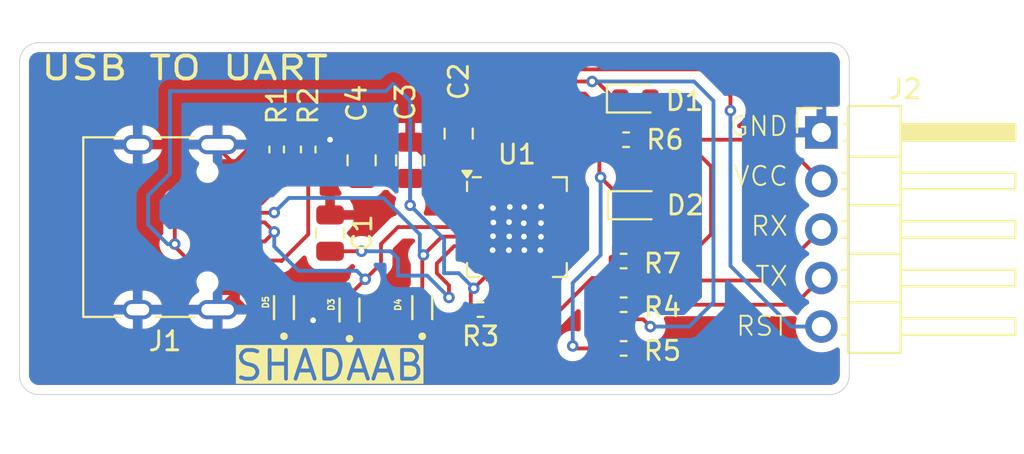
<source format=kicad_pcb>
(kicad_pcb (version 20241229) (generator "pcbnew") (generator_version "9.0")
  (layers (0 "F.Cu" signal) (2 "B.Cu" signal) (13 "F.Paste" user) (15 "B.Paste" user) (5 "F.SilkS" user "F.Silkscreen") (7 "B.SilkS" user "B.Silkscreen") (1 "F.Mask" user) (3 "B.Mask" user) (25 "Edge.Cuts" user))
  (net 0 "")
  (net 1 "Net-(U1-VDD)")
  (net 2 "GND")
  (net 3 "Net-(U1-~{DTR})")
  (net 4 "/RST")
  (net 5 "/VBUS")
  (net 6 "Net-(D1-A)")
  (net 7 "Net-(D1-K)")
  (net 8 "Net-(D2-A)")
  (net 9 "Net-(D2-K)")
  (net 10 "/D+")
  (net 11 "/D-")
  (net 12 "Net-(J1-CC2)")
  (net 13 "Net-(J1-CC1)")
  (net 16 "/TX")
  (net 17 "/RX")
  (net 18 "Net-(U1-~{RST})")
  (footprint "Capacitor_SMD:C_0805_2012Metric" (layer "F.Cu") (at 87.884 88.707 90)
    (property "Reference" "C3" (at 3.048 -0.254 90) (layer "F.SilkS"))
    (property "Value" "100nF")
    (fp_line (start -0.261252 -0.735) (end 0.261252 -0.735) (stroke (width 0.12)) (layer "F.SilkS"))
    (fp_line (start -0.261252 0.735) (end 0.261252 0.735) (stroke (width 0.12)) (layer "F.SilkS"))
    (pad "1" smd roundrect (at -0.95 0 90) (size 1 1.45) (layers "F.Cu" "F.Mask" "F.Paste") (net 5 "/VBUS"))
    (pad "2" smd roundrect (at 0.95 0 90) (size 1 1.45) (layers "F.Cu" "F.Mask" "F.Paste") (net 2 "GND"))
  )
  (footprint "Connector_USB:USB_C_Receptacle_HRO_TYPE-C-31-M-12" (layer "F.Cu") (at 74.676 92.204 -90)
    (property "Reference" "J1" (at 5.967 -0.381 180) (layer "F.SilkS"))
    (property "Value" "USB_C_Receptacle_USB2.0_16P")
    (fp_line (start -4.7 3.9) (end 4.7 3.9) (stroke (width 0.12)) (layer "F.SilkS"))
    (fp_line (start -4.7 2) (end -4.7 3.9) (stroke (width 0.12)) (layer "F.SilkS"))
    (fp_line (start 4.7 2) (end 4.7 3.9) (stroke (width 0.12)) (layer "F.SilkS"))
    (fp_line (start -4.7 -1.9) (end -4.7 0.1) (stroke (width 0.12)) (layer "F.SilkS"))
    (fp_line (start 4.7 -1.9) (end 4.7 0.1) (stroke (width 0.12)) (layer "F.SilkS"))
    (pad "" np_thru_hole circle (at -2.89 -2.6 270) (size 0.65 0.65) (drill 0.65) (layers "*.Cu" "*.Mask"))
    (pad "" np_thru_hole circle (at 2.89 -2.6 270) (size 0.65 0.65) (drill 0.65) (layers "*.Cu" "*.Mask"))
    (pad "A1" smd rect (at -3.25 -4.045 270) (size 0.6 1.45) (layers "F.Cu" "F.Mask" "F.Paste") (net 2 "GND"))
    (pad "A4" smd rect (at -2.45 -4.045 270) (size 0.6 1.45) (layers "F.Cu" "F.Mask" "F.Paste") (net 5 "/VBUS"))
    (pad "A5" smd rect (at -1.25 -4.045 270) (size 0.3 1.45) (layers "F.Cu" "F.Mask" "F.Paste") (net 13 "Net-(J1-CC1)"))
    (pad "A6" smd rect (at -0.25 -4.045 270) (size 0.3 1.45) (layers "F.Cu" "F.Mask" "F.Paste") (net 10 "/D+"))
    (pad "A7" smd rect (at 0.25 -4.045 270) (size 0.3 1.45) (layers "F.Cu" "F.Mask" "F.Paste") (net 11 "/D-"))
    (pad "A8" smd rect (at 1.25 -4.045 270) (size 0.3 1.45) (layers "F.Cu" "F.Mask" "F.Paste"))
    (pad "A9" smd rect (at 2.45 -4.045 270) (size 0.6 1.45) (layers "F.Cu" "F.Mask" "F.Paste") (net 5 "/VBUS"))
    (pad "A12" smd rect (at 3.25 -4.045 270) (size 0.6 1.45) (layers "F.Cu" "F.Mask" "F.Paste") (net 2 "GND"))
    (pad "B1" smd rect (at 3.25 -4.045 270) (size 0.6 1.45) (layers "F.Cu" "F.Mask" "F.Paste") (net 2 "GND"))
    (pad "B4" smd rect (at 2.45 -4.045 270) (size 0.6 1.45) (layers "F.Cu" "F.Mask" "F.Paste") (net 5 "/VBUS"))
    (pad "B5" smd rect (at 1.75 -4.045 270) (size 0.3 1.45) (layers "F.Cu" "F.Mask" "F.Paste") (net 12 "Net-(J1-CC2)"))
    (pad "B6" smd rect (at 0.75 -4.045 270) (size 0.3 1.45) (layers "F.Cu" "F.Mask" "F.Paste") (net 10 "/D+"))
    (pad "B7" smd rect (at -0.75 -4.045 270) (size 0.3 1.45) (layers "F.Cu" "F.Mask" "F.Paste") (net 11 "/D-"))
    (pad "B8" smd rect (at -1.75 -4.045 270) (size 0.3 1.45) (layers "F.Cu" "F.Mask" "F.Paste"))
    (pad "B9" smd rect (at -2.45 -4.045 270) (size 0.6 1.45) (layers "F.Cu" "F.Mask" "F.Paste") (net 5 "/VBUS"))
    (pad "B12" smd rect (at -3.25 -4.045 270) (size 0.6 1.45) (layers "F.Cu" "F.Mask" "F.Paste") (net 2 "GND"))
    (pad "S1" thru_hole oval (at -4.32 -3.13 270) (size 1 2.1) (drill oval 0.6 1.7) (property pad_prop_heatsink) (layers "*.Cu" "*.Mask") (net 2 "GND"))
    (pad "S1" thru_hole oval (at -4.32 1.05 270) (size 1 1.6) (drill oval 0.6 1.2) (property pad_prop_heatsink) (layers "*.Cu" "*.Mask") (net 2 "GND"))
    (pad "S1" thru_hole oval (at 4.32 -3.13 270) (size 1 2.1) (drill oval 0.6 1.7) (property pad_prop_heatsink) (layers "*.Cu" "*.Mask") (net 2 "GND"))
    (pad "S1" thru_hole oval (at 4.32 1.05 270) (size 1 1.6) (drill oval 0.6 1.2) (property pad_prop_heatsink) (layers "*.Cu" "*.Mask") (net 2 "GND"))
  )
  (footprint "LESD5D5.0CT1G:TVS_LESD5D5.0CT1G" (layer "F.Cu") (at 81.28 96.418 90)
    (property "Reference" "D5" (at 0.279 -0.9532 90) (layer "F.SilkS") (effects (font (size 0.32 0.32))))
    (property "Value" "LESD5D5.0CT1G")
    (fp_line (start -0.6 -0.52) (end 0.6 -0.52) (stroke (width 0.127)) (layer "F.SilkS"))
    (fp_line (start 0.6 0.52) (end -0.6 0.52) (stroke (width 0.127)) (layer "F.SilkS"))
    (fp_circle (center -1.5 0) (end -1.4 0) (stroke (width 0.2)) (fill no) (layer "F.SilkS"))
    (pad "1" smd rect (at -0.66 0 90) (size 0.48 0.4) (layers "F.Cu" "F.Mask" "F.Paste") (net 2 "GND"))
    (pad "2" smd rect (at 0.66 0 90) (size 0.48 0.4) (layers "F.Cu" "F.Mask" "F.Paste") (net 5 "/VBUS"))
  )
  (footprint "LED_SMD:LED_0603_1608Metric" (layer "F.Cu") (at 99.6695 85.471)
    (property "Reference" "D1" (at 2.5655 0.127 0) (layer "F.SilkS"))
    (property "Value" "LED")
    (fp_line (start -1.485 -0.735) (end -1.485 0.735) (stroke (width 0.12)) (layer "F.SilkS"))
    (fp_line (start -1.485 0.735) (end 0.8 0.735) (stroke (width 0.12)) (layer "F.SilkS"))
    (fp_line (start 0.8 -0.735) (end -1.485 -0.735) (stroke (width 0.12)) (layer "F.SilkS"))
    (pad "1" smd roundrect (at -0.7875 0) (size 0.875 0.95) (layers "F.Cu" "F.Mask" "F.Paste") (net 7 "Net-(D1-K)"))
    (pad "2" smd roundrect (at 0.7875 0) (size 0.875 0.95) (layers "F.Cu" "F.Mask" "F.Paste") (net 6 "Net-(D1-A)"))
  )
  (footprint "Resistor_SMD:R_0402_1005Metric" (layer "F.Cu") (at 80.899 88.14 90)
    (property "Reference" "R1" (at 2.288 0 90) (layer "F.SilkS"))
    (property "Value" "5.1K")
    (fp_line (start -0.153641 -0.38) (end 0.153641 -0.38) (stroke (width 0.12)) (layer "F.SilkS"))
    (fp_line (start -0.153641 0.38) (end 0.153641 0.38) (stroke (width 0.12)) (layer "F.SilkS"))
    (pad "1" smd roundrect (at -0.51 0 90) (size 0.54 0.64) (layers "F.Cu" "F.Mask" "F.Paste") (net 13 "Net-(J1-CC1)"))
    (pad "2" smd roundrect (at 0.51 0 90) (size 0.54 0.64) (layers "F.Cu" "F.Mask" "F.Paste") (net 2 "GND"))
  )
  (footprint "Connector_PinHeader_2.54mm:PinHeader_1x05_P2.54mm_Horizontal" (layer "F.Cu") (at 109.407 87.249)
    (property "Reference" "J2" (at 4.385 -2.27 0) (layer "F.SilkS"))
    (property "Value" "Conn_01x05_Pin")
    (fp_line (start -1.27 -1.27) (end 0 -1.27) (stroke (width 0.12)) (layer "F.SilkS"))
    (fp_line (start -1.27 0) (end -1.27 -1.27) (stroke (width 0.12)) (layer "F.SilkS"))
    (fp_line (start 1.077358 2.11) (end 1.39 2.11) (stroke (width 0.12)) (layer "F.SilkS"))
    (fp_line (start 1.077358 2.97) (end 1.39 2.97) (stroke (width 0.12)) (layer "F.SilkS"))
    (fp_line (start 1.077358 4.65) (end 1.39 4.65) (stroke (width 0.12)) (layer "F.SilkS"))
    (fp_line (start 1.077358 5.51) (end 1.39 5.51) (stroke (width 0.12)) (layer "F.SilkS"))
    (fp_line (start 1.077358 7.19) (end 1.39 7.19) (stroke (width 0.12)) (layer "F.SilkS"))
    (fp_line (start 1.077358 8.05) (end 1.39 8.05) (stroke (width 0.12)) (layer "F.SilkS"))
    (fp_line (start 1.077358 9.73) (end 1.39 9.73) (stroke (width 0.12)) (layer "F.SilkS"))
    (fp_line (start 1.077358 10.59) (end 1.39 10.59) (stroke (width 0.12)) (layer "F.SilkS"))
    (fp_line (start 1.16 -0.43) (end 1.39 -0.43) (stroke (width 0.12)) (layer "F.SilkS"))
    (fp_line (start 1.16 0.43) (end 1.39 0.43) (stroke (width 0.12)) (layer "F.SilkS"))
    (fp_line (start 1.39 -1.38) (end 1.39 11.54) (stroke (width 0.12)) (layer "F.SilkS"))
    (fp_line (start 1.39 1.27) (end 4.15 1.27) (stroke (width 0.12)) (layer "F.SilkS"))
    (fp_line (start 1.39 3.81) (end 4.15 3.81) (stroke (width 0.12)) (layer "F.SilkS"))
    (fp_line (start 1.39 6.35) (end 4.15 6.35) (stroke (width 0.12)) (layer "F.SilkS"))
    (fp_line (start 1.39 8.89) (end 4.15 8.89) (stroke (width 0.12)) (layer "F.SilkS"))
    (fp_line (start 1.39 11.54) (end 4.15 11.54) (stroke (width 0.12)) (layer "F.SilkS"))
    (fp_line (start 4.15 -1.38) (end 1.39 -1.38) (stroke (width 0.12)) (layer "F.SilkS"))
    (fp_line (start 4.15 2.11) (end 10.15 2.11) (stroke (width 0.12)) (layer "F.SilkS"))
    (fp_line (start 4.15 4.65) (end 10.15 4.65) (stroke (width 0.12)) (layer "F.SilkS"))
    (fp_line (start 4.15 7.19) (end 10.15 7.19) (stroke (width 0.12)) (layer "F.SilkS"))
    (fp_line (start 4.15 9.73) (end 10.15 9.73) (stroke (width 0.12)) (layer "F.SilkS"))
    (fp_line (start 4.15 11.54) (end 4.15 -1.38) (stroke (width 0.12)) (layer "F.SilkS"))
    (fp_line (start 10.15 2.11) (end 10.15 2.97) (stroke (width 0.12)) (layer "F.SilkS"))
    (fp_line (start 10.15 2.97) (end 4.15 2.97) (stroke (width 0.12)) (layer "F.SilkS"))
    (fp_line (start 10.15 4.65) (end 10.15 5.51) (stroke (width 0.12)) (layer "F.SilkS"))
    (fp_line (start 10.15 5.51) (end 4.15 5.51) (stroke (width 0.12)) (layer "F.SilkS"))
    (fp_line (start 10.15 7.19) (end 10.15 8.05) (stroke (width 0.12)) (layer "F.SilkS"))
    (fp_line (start 10.15 8.05) (end 4.15 8.05) (stroke (width 0.12)) (layer "F.SilkS"))
    (fp_line (start 10.15 9.73) (end 10.15 10.59) (stroke (width 0.12)) (layer "F.SilkS"))
    (fp_line (start 10.15 10.59) (end 4.15 10.59) (stroke (width 0.12)) (layer "F.SilkS"))
    (fp_rect (start 4.15 -0.43) (end 10.15 0.43) (stroke (width 0.12)) (fill yes) (layer "F.SilkS"))
    (pad "1" thru_hole rect (at 0 0) (size 1.7 1.7) (drill 1) (layers "*.Cu" "*.Mask") (net 2 "GND"))
    (pad "2" thru_hole circle (at 0 2.54) (size 1.7 1.7) (drill 1) (layers "*.Cu" "*.Mask") (net 5 "/VBUS"))
    (pad "3" thru_hole circle (at 0 5.08) (size 1.7 1.7) (drill 1) (layers "*.Cu" "*.Mask") (net 17 "/RX"))
    (pad "4" thru_hole circle (at 0 7.62) (size 1.7 1.7) (drill 1) (layers "*.Cu" "*.Mask") (net 16 "/TX"))
    (pad "5" thru_hole circle (at 0 10.16) (size 1.7 1.7) (drill 1) (layers "*.Cu" "*.Mask") (net 4 "/RST"))
  )
  (footprint "LESD5D5.0CT1G:TVS_LESD5D5.0CT1G" (layer "F.Cu") (at 88.519 96.418 90)
    (property "Reference" "D4" (at 0.152 -1.27 90) (layer "F.SilkS") (effects (font (size 0.32 0.32))))
    (property "Value" "LESD5D5.0CT1G")
    (fp_line (start -0.6 -0.52) (end 0.6 -0.52) (stroke (width 0.127)) (layer "F.SilkS"))
    (fp_line (start 0.6 0.52) (end -0.6 0.52) (stroke (width 0.127)) (layer "F.SilkS"))
    (fp_circle (center -1.5 0) (end -1.4 0) (stroke (width 0.2)) (fill no) (layer "F.SilkS"))
    (pad "1" smd rect (at -0.66 0 90) (size 0.48 0.4) (layers "F.Cu" "F.Mask" "F.Paste") (net 2 "GND"))
    (pad "2" smd rect (at 0.66 0 90) (size 0.48 0.4) (layers "F.Cu" "F.Mask" "F.Paste") (net 11 "/D-"))
  )
  (footprint "LESD5D5.0CT1G:TVS_LESD5D5.0CT1G" (layer "F.Cu") (at 84.709 96.545 90)
    (property "Reference" "D3" (at 0.279 -0.9532 90) (layer "F.SilkS") (effects (font (size 0.32 0.32) (thickness 0.08))))
    (property "Value" "LESD5D5.0CT1G")
    (fp_line (start -0.6 -0.52) (end 0.6 -0.52) (stroke (width 0.127)) (layer "F.SilkS"))
    (fp_line (start 0.6 0.52) (end -0.6 0.52) (stroke (width 0.127)) (layer "F.SilkS"))
    (fp_circle (center -1.5 0) (end -1.4 0) (stroke (width 0.2)) (fill no) (layer "F.SilkS"))
    (pad "1" smd rect (at -0.66 0 90) (size 0.48 0.4) (layers "F.Cu" "F.Mask" "F.Paste") (net 2 "GND"))
    (pad "2" smd rect (at 0.66 0 90) (size 0.48 0.4) (layers "F.Cu" "F.Mask" "F.Paste") (net 10 "/D+"))
  )
  (footprint "Resistor_SMD:R_0402_1005Metric" (layer "F.Cu") (at 99.185 87.63 180)
    (property "Reference" "R6" (at -2.034 0 0) (layer "F.SilkS"))
    (property "Value" "1K")
    (fp_line (start -0.153641 0.38) (end 0.153641 0.38) (stroke (width 0.12)) (layer "F.SilkS"))
    (fp_line (start -0.153641 -0.38) (end 0.153641 -0.38) (stroke (width 0.12)) (layer "F.SilkS"))
    (pad "1" smd roundrect (at -0.51 0 180) (size 0.54 0.64) (layers "F.Cu" "F.Mask" "F.Paste") (net 5 "/VBUS"))
    (pad "2" smd roundrect (at 0.51 0 180) (size 0.54 0.64) (layers "F.Cu" "F.Mask" "F.Paste") (net 6 "Net-(D1-A)"))
  )
  (footprint "Capacitor_SMD:C_0805_2012Metric" (layer "F.Cu") (at 83.693 92.517 -90)
    (property "Reference" "C1" (at 0 -1.68 90) (layer "F.SilkS"))
    (property "Value" "100nF")
    (fp_line (start -0.261252 0.735) (end 0.261252 0.735) (stroke (width 0.12)) (layer "F.SilkS"))
    (fp_line (start -0.261252 -0.735) (end 0.261252 -0.735) (stroke (width 0.12)) (layer "F.SilkS"))
    (pad "1" smd roundrect (at -0.95 0 270) (size 1 1.45) (layers "F.Cu" "F.Mask" "F.Paste") (net 2 "GND"))
    (pad "2" smd roundrect (at 0.95 0 270) (size 1 1.45) (layers "F.Cu" "F.Mask" "F.Paste") (net 1 "Net-(U1-VDD)"))
  )
  (footprint "Package_DFN_QFN:QFN-28-1EP_5x5mm_P0.5mm_EP3.35x3.35mm" (layer "F.Cu") (at 93.472 92.202)
    (property "Reference" "U1" (at 0 -3.8 0) (layer "F.SilkS"))
    (property "Value" "CP2102N-Axx-xQFN28")
    (fp_line (start -2.61 -1.885) (end -2.61 -2.37) (stroke (width 0.12)) (layer "F.SilkS"))
    (fp_line (start -2.61 2.61) (end -2.61 1.885) (stroke (width 0.12)) (layer "F.SilkS"))
    (fp_line (start -1.885 -2.61) (end -2.31 -2.61) (stroke (width 0.12)) (layer "F.SilkS"))
    (fp_line (start -1.885 2.61) (end -2.61 2.61) (stroke (width 0.12)) (layer "F.SilkS"))
    (fp_line (start 1.885 -2.61) (end 2.61 -2.61) (stroke (width 0.12)) (layer "F.SilkS"))
    (fp_line (start 1.885 2.61) (end 2.61 2.61) (stroke (width 0.12)) (layer "F.SilkS"))
    (fp_line (start 2.61 -2.61) (end 2.61 -1.885) (stroke (width 0.12)) (layer "F.SilkS"))
    (fp_line (start 2.61 2.61) (end 2.61 1.885) (stroke (width 0.12)) (layer "F.SilkS"))
    (fp_poly (pts (xy -2.61 -2.61) (xy -2.85 -2.94) (xy -2.37 -2.94)) (stroke (width 0.12)) (fill yes) (layer "F.SilkS"))
    (pad "1" smd roundrect (at -2.45 -1.5) (size 0.8 0.25) (layers "F.Cu" "F.Mask" "F.Paste"))
    (pad "2" smd roundrect (at -2.45 -1) (size 0.8 0.25) (layers "F.Cu" "F.Mask" "F.Paste"))
    (pad "3" smd roundrect (at -2.45 -0.5) (size 0.8 0.25) (layers "F.Cu" "F.Mask" "F.Paste") (net 2 "GND"))
    (pad "4" smd roundrect (at -2.45 0) (size 0.8 0.25) (layers "F.Cu" "F.Mask" "F.Paste") (net 10 "/D+"))
    (pad "5" smd roundrect (at -2.45 0.5) (size 0.8 0.25) (layers "F.Cu" "F.Mask" "F.Paste") (net 11 "/D-"))
    (pad "6" smd roundrect (at -2.45 1) (size 0.8 0.25) (layers "F.Cu" "F.Mask" "F.Paste") (net 1 "Net-(U1-VDD)"))
    (pad "7" smd roundrect (at -2.45 1.5) (size 0.8 0.25) (layers "F.Cu" "F.Mask" "F.Paste") (net 5 "/VBUS"))
    (pad "8" smd roundrect (at -1.5 2.45) (size 0.25 0.8) (layers "F.Cu" "F.Mask" "F.Paste") (net 5 "/VBUS"))
    (pad "9" smd roundrect (at -1 2.45) (size 0.25 0.8) (layers "F.Cu" "F.Mask" "F.Paste") (net 18 "Net-(U1-~{RST})"))
    (pad "10" smd roundrect (at -0.5 2.45) (size 0.25 0.8) (layers "F.Cu" "F.Mask" "F.Paste"))
    (pad "11" smd roundrect (at 0 2.45) (size 0.25 0.8) (layers "F.Cu" "F.Mask" "F.Paste"))
    (pad "12" smd roundrect (at 0.5 2.45) (size 0.25 0.8) (layers "F.Cu" "F.Mask" "F.Paste"))
    (pad "13" smd roundrect (at 1 2.45) (size 0.25 0.8) (layers "F.Cu" "F.Mask" "F.Paste"))
    (pad "14" smd roundrect (at 1.5 2.45) (size 0.25 0.8) (layers "F.Cu" "F.Mask" "F.Paste"))
    (pad "15" smd roundrect (at 2.45 1.5) (size 0.8 0.25) (layers "F.Cu" "F.Mask" "F.Paste"))
    (pad "16" smd roundrect (at 2.45 1) (size 0.8 0.25) (layers "F.Cu" "F.Mask" "F.Paste"))
    (pad "17" smd roundrect (at 2.45 0.5) (size 0.8 0.25) (layers "F.Cu" "F.Mask" "F.Paste"))
    (pad "18" smd roundrect (at 2.45 0) (size 0.8 0.25) (layers "F.Cu" "F.Mask" "F.Paste"))
    (pad "19" smd roundrect (at 2.45 -0.5) (size 0.8 0.25) (layers "F.Cu" "F.Mask" "F.Paste"))
    (pad "20" smd roundrect (at 2.45 -1) (size 0.8 0.25) (layers "F.Cu" "F.Mask" "F.Paste"))
    (pad "21" smd roundrect (at 2.45 -1.5) (size 0.8 0.25) (layers "F.Cu" "F.Mask" "F.Paste"))
    (pad "22" smd roundrect (at 1.5 -2.45) (size 0.25 0.8) (layers "F.Cu" "F.Mask" "F.Paste"))
    (pad "23" smd roundrect (at 1 -2.45) (size 0.25 0.8) (layers "F.Cu" "F.Mask" "F.Paste"))
    (pad "24" smd roundrect (at 0.5 -2.45) (size 0.25 0.8) (layers "F.Cu" "F.Mask" "F.Paste"))
    (pad "25" smd roundrect (at 0 -2.45) (size 0.25 0.8) (layers "F.Cu" "F.Mask" "F.Paste") (net 9 "Net-(D2-K)"))
    (pad "26" smd roundrect (at -0.5 -2.45) (size 0.25 0.8) (layers "F.Cu" "F.Mask" "F.Paste") (net 7 "Net-(D1-K)"))
    (pad "27" smd roundrect (at -1 -2.45) (size 0.25 0.8) (layers "F.Cu" "F.Mask" "F.Paste"))
    (pad "28" smd roundrect (at -1.5 -2.45) (size 0.25 0.8) (layers "F.Cu" "F.Mask" "F.Paste") (net 3 "Net-(U1-~{DTR})"))
    (pad "29" smd rect (at 0 0) (size 3.35 3.35) (property pad_prop_heatsink) (layers "F.Cu" "F.Mask") (net 2 "GND"))
  )
  (footprint "Capacitor_SMD:C_0805_2012Metric" (layer "F.Cu") (at 85.344 88.707 90)
    (property "Reference" "C4" (at 2.982 -0.254 90) (layer "F.SilkS"))
    (property "Value" "100nF")
    (fp_line (start -0.261252 -0.735) (end 0.261252 -0.735) (stroke (width 0.12)) (layer "F.SilkS"))
    (fp_line (start -0.261252 0.735) (end 0.261252 0.735) (stroke (width 0.12)) (layer "F.SilkS"))
    (pad "1" smd roundrect (at -0.95 0 90) (size 1 1.45) (layers "F.Cu" "F.Mask" "F.Paste") (net 5 "/VBUS"))
    (pad "2" smd roundrect (at 0.95 0 90) (size 1 1.45) (layers "F.Cu" "F.Mask" "F.Paste") (net 2 "GND"))
  )
  (footprint "Resistor_SMD:R_0402_1005Metric" (layer "F.Cu") (at 99.058 93.98 180)
    (property "Reference" "R7" (at -2.03 -0.127 0) (layer "F.SilkS"))
    (property "Value" "1K")
    (fp_line (start -0.153641 0.38) (end 0.153641 0.38) (stroke (width 0.12)) (layer "F.SilkS"))
    (fp_line (start -0.153641 -0.38) (end 0.153641 -0.38) (stroke (width 0.12)) (layer "F.SilkS"))
    (pad "1" smd roundrect (at -0.51 0 180) (size 0.54 0.64) (layers "F.Cu" "F.Mask" "F.Paste") (net 5 "/VBUS"))
    (pad "2" smd roundrect (at 0.51 0 180) (size 0.54 0.64) (layers "F.Cu" "F.Mask" "F.Paste") (net 8 "Net-(D2-A)"))
  )
  (footprint "Resistor_SMD:R_0402_1005Metric" (layer "F.Cu") (at 91.569 96.52)
    (property "Reference" "R3" (at 0.002 1.397 0) (layer "F.SilkS"))
    (property "Value" "10K")
    (fp_line (start -0.153641 -0.38) (end 0.153641 -0.38) (stroke (width 0.12)) (layer "F.SilkS"))
    (fp_line (start -0.153641 0.38) (end 0.153641 0.38) (stroke (width 0.12)) (layer "F.SilkS"))
    (pad "1" smd roundrect (at -0.51 0) (size 0.54 0.64) (layers "F.Cu" "F.Mask" "F.Paste") (net 5 "/VBUS"))
    (pad "2" smd roundrect (at 0.51 0) (size 0.54 0.64) (layers "F.Cu" "F.Mask" "F.Paste") (net 18 "Net-(U1-~{RST})"))
  )
  (footprint "Resistor_SMD:R_0402_1005Metric" (layer "F.Cu") (at 82.55 88.14 90)
    (property "Reference" "R2" (at 2.288 0 90) (layer "F.SilkS"))
    (property "Value" "5.1K")
    (fp_line (start -0.153641 -0.38) (end 0.153641 -0.38) (stroke (width 0.12)) (layer "F.SilkS"))
    (fp_line (start -0.153641 0.38) (end 0.153641 0.38) (stroke (width 0.12)) (layer "F.SilkS"))
    (pad "1" smd roundrect (at -0.51 0 90) (size 0.54 0.64) (layers "F.Cu" "F.Mask" "F.Paste") (net 12 "Net-(J1-CC2)"))
    (pad "2" smd roundrect (at 0.51 0 90) (size 0.54 0.64) (layers "F.Cu" "F.Mask" "F.Paste") (net 2 "GND"))
  )
  (footprint "Capacitor_SMD:C_0805_2012Metric" (layer "F.Cu") (at 90.424 87.31 90)
    (property "Reference" "C2" (at 2.728 0 90) (layer "F.SilkS"))
    (property "Value" "100nF")
    (fp_line (start -0.261252 -0.735) (end 0.261252 -0.735) (stroke (width 0.12)) (layer "F.SilkS"))
    (fp_line (start -0.261252 0.735) (end 0.261252 0.735) (stroke (width 0.12)) (layer "F.SilkS"))
    (pad "1" smd roundrect (at -0.95 0 90) (size 1 1.45) (layers "F.Cu" "F.Mask" "F.Paste") (net 3 "Net-(U1-~{DTR})"))
    (pad "2" smd roundrect (at 0.95 0 90) (size 1 1.45) (layers "F.Cu" "F.Mask" "F.Paste") (net 4 "/RST"))
  )
  (footprint "LED_SMD:LED_0603_1608Metric" (layer "F.Cu") (at 99.7205 91.059)
    (property "Reference" "D2" (at 2.5655 0 0) (layer "F.SilkS"))
    (property "Value" "LED")
    (fp_line (start -1.485 -0.735) (end -1.485 0.735) (stroke (width 0.12)) (layer "F.SilkS"))
    (fp_line (start -1.485 0.735) (end 0.8 0.735) (stroke (width 0.12)) (layer "F.SilkS"))
    (fp_line (start 0.8 -0.735) (end -1.485 -0.735) (stroke (width 0.12)) (layer "F.SilkS"))
    (pad "1" smd roundrect (at -0.7875 0) (size 0.875 0.95) (layers "F.Cu" "F.Mask" "F.Paste") (net 9 "Net-(D2-K)"))
    (pad "2" smd roundrect (at 0.7875 0) (size 0.875 0.95) (layers "F.Cu" "F.Mask" "F.Paste") (net 8 "Net-(D2-A)"))
  )
  (footprint "Resistor_SMD:R_0402_1005Metric" (layer "F.Cu") (at 99.058 96.266 180)
    (property "Reference" "R4" (at -2.03 -0.127 0) (layer "F.SilkS"))
    (property "Value" "1K")
    (fp_line (start -0.153641 0.38) (end 0.153641 0.38) (stroke (width 0.12)) (layer "F.SilkS"))
    (fp_line (start -0.153641 -0.38) (end 0.153641 -0.38) (stroke (width 0.12)) (layer "F.SilkS"))
    (pad "1" smd roundrect (at -0.51 0 180) (size 0.54 0.64) (layers "F.Cu" "F.Mask" "F.Paste") (net 16 "/TX"))
    (pad "2" smd roundrect (at 0.51 0 180) (size 0.54 0.64) (layers "F.Cu" "F.Mask" "F.Paste") (net 7 "Net-(D1-K)"))
  )
  (footprint "Resistor_SMD:R_0402_1005Metric" (layer "F.Cu") (at 99.058 98.552 180)
    (property "Reference" "R5" (at -2.03 -0.127 0) (layer "F.SilkS"))
    (property "Value" "1K")
    (fp_line (start -0.153641 0.38) (end 0.153641 0.38) (stroke (width 0.12)) (layer "F.SilkS"))
    (fp_line (start -0.153641 -0.38) (end 0.153641 -0.38) (stroke (width 0.12)) (layer "F.SilkS"))
    (pad "1" smd roundrect (at -0.51 0 180) (size 0.54 0.64) (layers "F.Cu" "F.Mask" "F.Paste") (net 17 "/RX"))
    (pad "2" smd roundrect (at 0.51 0 180) (size 0.54 0.64) (layers "F.Cu" "F.Mask" "F.Paste") (net 9 "Net-(D2-K)"))
  )
  (gr_arc (start 67.437 83.566) (mid 67.73458 82.84758) (end 68.453 82.55) (stroke (width 0.05)) (layer "Edge.Cuts"))
  (gr_line (start 67.437 99.949) (end 67.437 83.566) (stroke (width 0.05)) (layer "Edge.Cuts"))
  (gr_arc (start 109.855 82.55) (mid 110.57342 82.84758) (end 110.871 83.566) (stroke (width 0.05)) (layer "Edge.Cuts"))
  (gr_line (start 110.871 83.566) (end 110.871 99.949) (stroke (width 0.05)) (layer "Edge.Cuts"))
  (gr_line (start 68.453 82.55) (end 109.855 82.55) (stroke (width 0.05)) (layer "Edge.Cuts"))
  (gr_arc (start 68.453 100.965) (mid 67.73458 100.66742) (end 67.437 99.949) (stroke (width 0.05)) (layer "Edge.Cuts"))
  (gr_line (start 109.855 100.965) (end 68.453 100.965) (stroke (width 0.05)) (layer "Edge.Cuts"))
  (gr_arc (start 110.871 99.949) (mid 110.57342 100.66742) (end 109.855 100.965) (stroke (width 0.05)) (layer "Edge.Cuts"))
  (gr_text "RX" (at 105.641905 92.74 0) (layer "F.SilkS") (effects (font (size 1 1) (thickness 0.1)) (justify left bottom)))
  (gr_text "USB TO UART" (at 68.453 84.582 0) (layer "F.SilkS") (effects (font (size 1.2 1.5) (thickness 0.2) (bold yes)) (justify left bottom)))
  (gr_text "SHADAAB" (at 78.613 100.33 0) (layer "F.SilkS" knockout) (effects (font (size 1.5 1.5) (thickness 0.2)) (justify left bottom)))
  (gr_text "RST" (at 104.88 97.97 0) (layer "F.SilkS") (effects (font (size 1 1) (thickness 0.1)) (justify left bottom)))
  (gr_text "GND" (at 104.546667 87.51 0) (layer "F.SilkS") (effects (font (size 1 1) (thickness 0.1)) (justify left bottom)))
  (gr_text "TX" (at 105.88 95.355 0) (layer "F.SilkS") (effects (font (size 1 1) (thickness 0.1)) (justify left bottom)))
  (gr_text "VCC" (at 104.737143 90.125 0) (layer "F.SilkS") (effects (font (size 1 1) (thickness 0.1)) (justify left bottom)))
  (segment (start 85.344 93.472) (end 85.339 93.467) (width 0.2) (layer "F.Cu") (net 1))
  (segment (start 89.281 94.107) (end 89.281 94.615) (width 0.2) (layer "F.Cu") (net 1))
  (segment (start 90.186 93.202) (end 89.281 94.107) (width 0.2) (layer "F.Cu") (net 1))
  (segment (start 89.916 95.25) (end 89.916 95.885) (width 0.2) (layer "F.Cu") (net 1))
  (segment (start 89.281 94.615) (end 89.916 95.25) (width 0.2) (layer "F.Cu") (net 1))
  (segment (start 83.693 93.467) (end 85.339 93.467) (width 0.2) (layer "F.Cu") (net 1))
  (segment (start 91.022 93.202) (end 90.186 93.202) (width 0.2) (layer "F.Cu") (net 1))
  (via (at 89.916 95.885) (size 0.6) (drill 0.3) (layers "F.Cu" "B.Cu") (net 1))
  (via (at 85.339 93.467) (size 0.6) (drill 0.3) (layers "F.Cu" "B.Cu") (net 1))
  (segment (start 85.339 93.467) (end 86.863 93.467) (width 0.2) (layer "B.Cu") (net 1))
  (segment (start 86.863 93.467) (end 87.249 93.853) (width 0.2) (layer "B.Cu") (net 1))
  (segment (start 87.249 94.742) (end 88.773 94.742) (width 0.2) (layer "B.Cu") (net 1))
  (segment (start 88.773 94.742) (end 89.916 95.885) (width 0.2) (layer "B.Cu") (net 1))
  (segment (start 87.249 93.853) (end 87.249 94.742) (width 0.2) (layer "B.Cu") (net 1))
  (segment (start 73.626 87.884) (end 77.806 87.884) (width 0.2) (layer "F.Cu") (net 2))
  (segment (start 87.249 84.328) (end 87.249 86.106) (width 0.2) (layer "F.Cu") (net 2))
  (segment (start 106.934 83.312) (end 88.265 83.312) (width 0.2) (layer "F.Cu") (net 2))
  (segment (start 77.806 88.039) (end 78.721 88.954) (width 0.2) (layer "F.Cu") (net 2))
  (segment (start 81.28 97.078) (end 82.804 97.078) (width 0.2) (layer "F.Cu") (net 2))
  (segment (start 77.806 87.884) (end 77.806 88.039) (width 0.2) (layer "F.Cu") (net 2))
  (segment (start 78.721 88.792) (end 79.883 87.63) (width 0.2) (layer "F.Cu") (net 2))
  (segment (start 81.28 97.078) (end 79.933 97.078) (width 0.2) (layer "F.Cu") (net 2))
  (segment (start 78.721 95.609) (end 77.806 96.524) (width 0.2) (layer "F.Cu") (net 2))
  (segment (start 84.709 97.205) (end 88.392 97.205) (width 0.2) (layer "F.Cu") (net 2))
  (segment (start 82.804 97.078) (end 84.582 97.078) (width 0.2) (layer "F.Cu") (net 2))
  (segment (start 88.265 83.312) (end 87.249 84.328) (width 0.2) (layer "F.Cu") (net 2))
  (segment (start 85.217 87.63) (end 85.344 87.757) (width 0.2) (layer "F.Cu") (net 2))
  (segment (start 83.693 87.63) (end 85.217 87.63) (width 0.2) (layer "F.Cu") (net 2))
  (segment (start 109.407 87.249) (end 109.407 85.785) (width 0.2) (layer "F.Cu") (net 2))
  (segment (start 79.883 87.63) (end 80.899 87.63) (width 0.2) (layer "F.Cu") (net 2))
  (segment (start 78.721 95.866) (end 78.721 95.454) (width 0.2) (layer "F.Cu") (net 2))
  (segment (start 85.344 87.757) (end 87.884 87.757) (width 0.2) (layer "F.Cu") (net 2))
  (segment (start 89.535 89.408) (end 89.535 91.059) (width 0.2) (layer "F.Cu") (net 2))
  (segment (start 82.55 87.63) (end 83.693 87.63) (width 0.2) (layer "F.Cu") (net 2))
  (segment (start 78.721 95.454) (end 78.721 95.609) (width 0.2) (layer "F.Cu") (net 2))
  (segment (start 87.884 87.757) (end 89.535 89.408) (width 0.2) (layer "F.Cu") (net 2))
  (segment (start 87.884 86.741) (end 87.884 87.757) (width 0.2) (layer "F.Cu") (net 2))
  (segment (start 80.899 87.63) (end 82.55 87.63) (width 0.2) (layer "F.Cu") (net 2))
  (segment (start 78.721 88.954) (end 78.721 88.792) (width 0.2) (layer "F.Cu") (net 2))
  (segment (start 92.972 91.702) (end 93.472 92.202) (width 0.2) (layer "F.Cu") (net 2))
  (segment (start 91.022 91.702) (end 92.972 91.702) (width 0.2) (layer "F.Cu") (net 2))
  (segment (start 89.535 91.059) (end 90.178 91.702) (width 0.2) (layer "F.Cu") (net 2))
  (segment (start 84.582 97.078) (end 84.709 97.205) (width 0.2) (layer "F.Cu") (net 2))
  (segment (start 88.392 97.205) (end 88.519 97.078) (width 0.2) (layer "F.Cu") (net 2))
  (segment (start 87.249 86.106) (end 87.884 86.741) (width 0.2) (layer "F.Cu") (net 2))
  (segment (start 90.178 91.702) (end 91.022 91.702) (width 0.2) (layer "F.Cu") (net 2))
  (segment (start 73.626 96.524) (end 77.806 96.524) (width 0.2) (layer "F.Cu") (net 2))
  (segment (start 83.693 91.567) (end 83.693 87.63) (width 0.2) (layer "F.Cu") (net 2))
  (segment (start 109.407 85.785) (end 106.934 83.312) (width 0.2) (layer "F.Cu") (net 2))
  (segment (start 79.933 97.078) (end 78.721 95.866) (width 0.2) (layer "F.Cu") (net 2))
  (via (at 94.73 91.99) (size 0.6) (drill 0.3) (layers "F.Cu" "B.Cu") (net 2))
  (via (at 92.22 91.21) (size 0.6) (drill 0.3) (layers "F.Cu" "B.Cu") (net 2))
  (via (at 82.804 97.078) (size 0.6) (drill 0.3) (layers "F.Cu" "B.Cu") (net 2))
  (via (at 94.7 93.41) (size 0.6) (drill 0.3) (layers "F.Cu" "B.Cu") (net 2))
  (via (at 83.693 87.63) (size 0.6) (drill 0.3) (layers "F.Cu" "B.Cu") (net 2))
  (via (at 93.86 93.41) (size 0.6) (drill 0.3) (layers "F.Cu" "B.Cu") (net 2))
  (via (at 93.06 91.94) (size 0.6) (drill 0.3) (layers "F.Cu" "B.Cu") (net 2))
  (via (at 93.05 93.41) (size 0.6) (drill 0.3) (layers "F.Cu" "B.Cu") (net 2))
  (via (at 92.24 91.96) (size 0.6) (drill 0.3) (layers "F.Cu" "B.Cu") (net 2))
  (via (at 93.1 91.15) (size 0.6) (drill 0.3) (layers "F.Cu" "B.Cu") (net 2))
  (via (at 92.22 92.68) (size 0.6) (drill 0.3) (layers "F.Cu" "B.Cu") (net 2))
  (via (at 93.83 92) (size 0.6) (drill 0.3) (layers "F.Cu" "B.Cu") (net 2))
  (via (at 94.74 91.13) (size 0.6) (drill 0.3) (layers "F.Cu" "B.Cu") (net 2))
  (via (at 93.86 91.15) (size 0.6) (drill 0.3) (layers "F.Cu" "B.Cu") (net 2))
  (via (at 92.2 93.41) (size 0.6) (drill 0.3) (layers "F.Cu" "B.Cu") (net 2))
  (via (at 94.73 92.71) (size 0.6) (drill 0.3) (layers "F.Cu" "B.Cu") (net 2))
  (via (at 93.84 92.7) (size 0.6) (drill 0.3) (layers "F.Cu" "B.Cu") (net 2))
  (via (at 93.07 92.69) (size 0.6) (drill 0.3) (layers "F.Cu" "B.Cu") (net 2))
  (segment (start 80.391 89.535) (end 81.788 89.535) (width 0.2) (layer "B.Cu") (net 2))
  (segment (start 81.788 89.535) (end 83.2485 88.0745) (width 0.2) (layer "B.Cu") (net 2))
  (segment (start 83.2485 88.0745) (end 83.693 87.63) (width 0.2) (layer "B.Cu") (net 2))
  (segment (start 80.441 97.078) (end 80.01 96.647) (width 0.2) (layer "B.Cu") (net 2))
  (segment (start 83.058 88.265) (end 83.2485 88.0745) (width 0.2) (layer "B.Cu") (net 2))
  (segment (start 80.01 96.647) (end 80.01 89.916) (width 0.2) (layer "B.Cu") (net 2))
  (segment (start 82.804 97.078) (end 80.441 97.078) (width 0.2) (layer "B.Cu") (net 2))
  (segment (start 80.01 89.916) (end 80.391 89.535) (width 0.2) (layer "B.Cu") (net 2))
  (segment (start 90.424 88.26) (end 91.435 88.26) (width 0.2) (layer "F.Cu") (net 3))
  (segment (start 91.972 88.797) (end 91.972 89.752) (width 0.2) (layer "F.Cu") (net 3))
  (segment (start 91.435 88.26) (end 91.972 88.797) (width 0.2) (layer "F.Cu") (net 3))
  (segment (start 90.424 86.36) (end 92.837 83.947) (width 0.2) (layer "F.Cu") (net 4))
  (segment (start 92.837 83.947) (end 93.218 83.947) (width 0.2) (layer "F.Cu") (net 4))
  (segment (start 103.251 83.947) (end 104.648 85.344) (width 0.2) (layer "F.Cu") (net 4))
  (segment (start 104.648 85.344) (end 104.648 86.106) (width 0.2) (layer "F.Cu") (net 4))
  (segment (start 93.218 83.947) (end 103.251 83.947) (width 0.2) (layer "F.Cu") (net 4))
  (via (at 104.648 86.106) (size 0.6) (drill 0.3) (layers "F.Cu" "B.Cu") (net 4))
  (segment (start 104.648 94.234) (end 107.823 97.409) (width 0.2) (layer "B.Cu") (net 4))
  (segment (start 107.823 97.409) (end 109.407 97.409) (width 0.2) (layer "B.Cu") (net 4))
  (segment (start 104.648 86.106) (end 104.648 94.234) (width 0.2) (layer "B.Cu") (net 4))
  (segment (start 103.632 89.027) (end 103.632 92.583) (width 0.2) (layer "F.Cu") (net 5))
  (segment (start 76.765 94.418) (end 75.565 93.218) (width 0.2) (layer "F.Cu") (net 5))
  (segment (start 80.176 94.654) (end 78.721 94.654) (width 0.2) (layer "F.Cu") (net 5))
  (segment (start 109.407 89.789) (end 107.248 87.63) (width 0.2) (layer "F.Cu") (net 5))
  (segment (start 102.235 93.98) (end 99.568 93.98) (width 0.2) (layer "F.Cu") (net 5))
  (segment (start 91.059 95.565) (end 91.059 96.52) (width 0.2) (layer "F.Cu") (net 5))
  (segment (start 102.235 87.63) (end 103.632 89.027) (width 0.2) (layer "F.Cu") (net 5))
  (segment (start 91.972 94.652) (end 91.2165 95.4075) (width 0.2) (layer "F.Cu") (net 5))
  (segment (start 75.565 93.218) (end 75.565 93.091) (width 0.2) (layer "F.Cu") (net 5))
  (segment (start 87.884 89.657) (end 85.344 89.657) (width 0.2) (layer "F.Cu") (net 5))
  (segment (start 103.632 92.583) (end 102.235 93.98) (width 0.2) (layer "F.Cu") (net 5))
  (segment (start 99.568 94.615) (end 99.314 94.869) (width 0.2) (layer "F.Cu") (net 5))
  (segment (start 87.884 89.657) (end 87.884 91.059) (width 0.2) (layer "F.Cu") (net 5))
  (segment (start 81.28 95.758) (end 80.176 94.654) (width 0.2) (layer "F.Cu") (net 5))
  (segment (start 107.248 87.63) (end 102.235 87.63) (width 0.2) (layer "F.Cu") (net 5))
  (segment (start 91.2165 95.4075) (end 91.059 95.565) (width 0.2) (layer "F.Cu") (net 5))
  (segment (start 76.745 90.805) (end 77.796 89.754) (width 0.2) (layer "F.Cu") (net 5))
  (segment (start 99.695 87.63) (end 102.235 87.63) (width 0.2) (layer "F.Cu") (net 5))
  (segment (start 78.485 94.418) (end 76.765 94.418) (width 0.2) (layer "F.Cu") (net 5))
  (segment (start 95.123 97.155) (end 91.694 97.155) (width 0.2) (layer "F.Cu") (net 5))
  (segment (start 97.409 94.869) (end 95.123 97.155) (width 0.2) (layer "F.Cu") (net 5))
  (segment (start 99.314 94.869) (end 97.409 94.869) (width 0.2) (layer "F.Cu") (net 5))
  (segment (start 99.568 93.98) (end 99.568 94.615) (width 0.2) (layer "F.Cu") (net 5))
  (segment (start 91.022 93.702) (end 91.972 94.652) (width 0.2) (layer "F.Cu") (net 5))
  (segment (start 91.694 97.155) (end 91.059 96.52) (width 0.2) (layer "F.Cu") (net 5))
  (segment (start 77.796 89.754) (end 78.721 89.754) (width 0.2) (layer "F.Cu") (net 5))
  (segment (start 75.565 90.805) (end 76.745 90.805) (width 0.2) (layer "F.Cu") (net 5))
  (segment (start 78.721 94.654) (end 78.485 94.418) (width 0.2) (layer "F.Cu") (net 5))
  (segment (start 75.565 93.091) (end 75.565 90.805) (width 0.2) (layer "F.Cu") (net 5))
  (via (at 75.565 93.091) (size 0.6) (drill 0.3) (layers "F.Cu" "B.Cu") (net 5))
  (via (at 87.884 91.059) (size 0.6) (drill 0.3) (layers "F.Cu" "B.Cu") (net 5))
  (via (at 91.2165 95.4075) (size 0.6) (drill 0.3) (layers "F.Cu" "B.Cu") (net 5))
  (segment (start 87.884 91.059) (end 87.884 85.598) (width 0.2) (layer "B.Cu") (net 5))
  (segment (start 74.168 92.075) (end 75.184 93.091) (width 0.2) (layer "B.Cu") (net 5))
  (segment (start 89.662 92.837) (end 89.662 94.615) (width 0.2) (layer "B.Cu") (net 5))
  (segment (start 75.184 93.091) (end 75.565 93.091) (width 0.2) (layer "B.Cu") (net 5))
  (segment (start 74.168 90.551) (end 74.168 92.075) (width 0.2) (layer "B.Cu") (net 5))
  (segment (start 86.995 84.709) (end 86.614 85.09) (width 0.2) (layer "B.Cu") (net 5))
  (segment (start 89.662 94.615) (end 90.424 94.615) (width 0.2) (layer "B.Cu") (net 5))
  (segment (start 90.424 94.615) (end 91.2165 95.4075) (width 0.2) (layer "B.Cu") (net 5))
  (segment (start 75.311 85.09) (end 75.311 89.408) (width 0.2) (layer "B.Cu") (net 5))
  (segment (start 75.311 89.408) (end 74.168 90.551) (width 0.2) (layer "B.Cu") (net 5))
  (segment (start 86.614 85.09) (end 75.311 85.09) (width 0.2) (layer "B.Cu") (net 5))
  (segment (start 87.884 85.598) (end 86.995 84.709) (width 0.2) (layer "B.Cu") (net 5))
  (segment (start 87.884 91.059) (end 89.662 92.837) (width 0.2) (layer "B.Cu") (net 5))
  (segment (start 100.33 86.487) (end 99.187 86.487) (width 0.2) (layer "F.Cu") (net 6))
  (segment (start 99.187 86.487) (end 98.675 86.999) (width 0.2) (layer "F.Cu") (net 6))
  (segment (start 100.457 86.36) (end 100.33 86.487) (width 0.2) (layer "F.Cu") (net 6))
  (segment (start 98.675 86.999) (end 98.675 87.63) (width 0.2) (layer "F.Cu") (net 6))
  (segment (start 100.457 85.471) (end 100.457 86.36) (width 0.2) (layer "F.Cu") (net 6))
  (segment (start 98.548 96.77) (end 98.806 97.028) (width 0.2) (layer "F.Cu") (net 7))
  (segment (start 98.548 96.266) (end 98.548 96.77) (width 0.2) (layer "F.Cu") (net 7))
  (segment (start 98.552 85.471) (end 98.882 85.471) (width 0.2) (layer "F.Cu") (net 7))
  (segment (start 93.98 84.582) (end 92.972 85.59) (width 0.2) (layer "F.Cu") (net 7))
  (segment (start 92.972 85.59) (end 92.972 89.752) (width 0.2) (layer "F.Cu") (net 7))
  (segment (start 97.663 84.582) (end 98.552 85.471) (width 0.2) (layer "F.Cu") (net 7))
  (segment (start 100.076 97.028) (end 100.457 97.409) (width 0.2) (layer "F.Cu") (net 7))
  (segment (start 98.806 97.028) (end 100.076 97.028) (width 0.2) (layer "F.Cu") (net 7))
  (segment (start 97.409 84.582) (end 97.663 84.582) (width 0.2) (layer "F.Cu") (net 7))
  (segment (start 93.98 84.582) (end 97.409 84.582) (width 0.2) (layer "F.Cu") (net 7))
  (via (at 97.409 84.582) (size 0.6) (drill 0.3) (layers "F.Cu" "B.Cu") (net 7))
  (via (at 100.457 97.409) (size 0.6) (drill 0.3) (layers "F.Cu" "B.Cu") (net 7))
  (segment (start 103.759 85.598) (end 103.759 96.139) (width 0.2) (layer "B.Cu") (net 7))
  (segment (start 102.489 97.409) (end 100.457 97.409) (width 0.2) (layer "B.Cu") (net 7))
  (segment (start 97.409 84.582) (end 102.743 84.582) (width 0.2) (layer "B.Cu") (net 7))
  (segment (start 102.743 84.582) (end 103.759 85.598) (width 0.2) (layer "B.Cu") (net 7))
  (segment (start 103.759 96.139) (end 102.489 97.409) (width 0.2) (layer "B.Cu") (net 7))
  (segment (start 98.933 92.837) (end 98.548 93.222) (width 0.2) (layer "F.Cu") (net 8))
  (segment (start 100.076 92.837) (end 98.933 92.837) (width 0.2) (layer "F.Cu") (net 8))
  (segment (start 100.508 91.059) (end 100.508 92.405) (width 0.2) (layer "F.Cu") (net 8))
  (segment (start 98.548 93.222) (end 98.548 93.98) (width 0.2) (layer "F.Cu") (net 8))
  (segment (start 100.508 92.405) (end 100.076 92.837) (width 0.2) (layer "F.Cu") (net 8))
  (segment (start 93.472 85.852) (end 94.107 85.217) (width 0.2) (layer "F.Cu") (net 9))
  (segment (start 96.393 98.425) (end 96.52 98.552) (width 0.2) (layer "F.Cu") (net 9))
  (segment (start 97.8535 89.5985) (end 98.933 90.678) (width 0.2) (layer "F.Cu") (net 9))
  (segment (start 96.52 98.552) (end 98.548 98.552) (width 0.2) (layer "F.Cu") (net 9))
  (segment (start 97.79 89.535) (end 97.8535 89.5985) (width 0.2) (layer "F.Cu") (net 9))
  (segment (start 94.107 85.217) (end 97.028 85.217) (width 0.2) (layer "F.Cu") (net 9))
  (segment (start 98.933 90.678) (end 98.933 91.059) (width 0.2) (layer "F.Cu") (net 9))
  (segment (start 97.028 85.217) (end 97.79 85.979) (width 0.2) (layer "F.Cu") (net 9))
  (segment (start 93.472 89.752) (end 93.472 85.852) (width 0.2) (layer "F.Cu") (net 9))
  (segment (start 97.79 85.979) (end 97.79 89.535) (width 0.2) (layer "F.Cu") (net 9))
  (via (at 96.393 98.425) (size 0.6) (drill 0.3) (layers "F.Cu" "B.Cu") (net 9))
  (via (at 97.8535 89.5985) (size 0.6) (drill 0.3) (layers "F.Cu" "B.Cu") (net 9))
  (segment (start 96.393 95.123) (end 96.393 98.425) (width 0.2) (layer "B.Cu") (net 9))
  (segment (start 96.647 94.869) (end 96.393 95.123) (width 0.2) (layer "B.Cu") (net 9))
  (segment (start 97.8535 89.5985) (end 97.8535 93.6625) (width 0.2) (layer "B.Cu") (net 9))
  (segment (start 97.8535 93.6625) (end 96.647 94.869) (width 0.2) (layer "B.Cu") (net 9))
  (segment (start 86.36 93.091) (end 86.36 94.107) (width 0.2) (layer "F.Cu") (net 10))
  (segment (start 84.709 95.758) (end 84.709 95.885) (width 0.2) (layer "F.Cu") (net 10))
  (segment (start 80.274 92.954) (end 80.772 92.456) (width 0.2) (layer "F.Cu") (net 10))
  (segment (start 85.5345 94.9325) (end 84.709 95.758) (width 0.2) (layer "F.Cu") (net 10))
  (segment (start 80.27 91.954) (end 80.772 92.456) (width 0.2) (layer "F.Cu") (net 10))
  (segment (start 78.721 92.954) (end 80.274 92.954) (width 0.2) (layer "F.Cu") (net 10))
  (segment (start 86.36 94.107) (end 85.5345 94.9325) (width 0.2) (layer "F.Cu") (net 10))
  (segment (start 78.721 91.954) (end 80.27 91.954) (width 0.2) (layer "F.Cu") (net 10))
  (segment (start 91.022 92.202) (end 87.249 92.202) (width 0.2) (layer "F.Cu") (net 10))
  (segment (start 87.249 92.202) (end 86.36 93.091) (width 0.2) (layer "F.Cu") (net 10))
  (via (at 85.5345 94.9325) (size 0.6) (drill 0.3) (layers "F.Cu" "B.Cu") (net 10))
  (via (at 80.772 92.456) (size 0.6) (drill 0.3) (layers "F.Cu" "B.Cu") (net 10))
  (segment (start 85.09 94.488) (end 85.5345 94.9325) (width 0.2) (layer "B.Cu") (net 10))
  (segment (start 80.772 93.218) (end 82.042 94.488) (width 0.2) (layer "B.Cu") (net 10))
  (segment (start 82.042 94.488) (end 85.09 94.488) (width 0.2) (layer "B.Cu") (net 10))
  (segment (start 80.772 92.456) (end 80.772 93.218) (width 0.2) (layer "B.Cu") (net 10))
  (segment (start 88.519 93.726) (end 88.519 95.758) (width 0.2) (layer "F.Cu") (net 11))
  (segment (start 78.721 91.454) (end 80.758 91.454) (width 0.2) (layer "F.Cu") (net 11))
  (segment (start 78.721 91.454) (end 76.976 91.454) (width 0.2) (layer "F.Cu") (net 11))
  (segment (start 76.708 91.694) (end 76.708 92.202) (width 0.2) (layer "F.Cu") (net 11))
  (segment (start 76.962 91.44) (end 76.708 91.694) (width 0.2) (layer "F.Cu") (net 11))
  (segment (start 76.976 91.454) (end 76.962 91.44) (width 0.2) (layer "F.Cu") (net 11))
  (segment (start 89.543 92.702) (end 88.5825 93.6625) (width 0.2) (layer "F.Cu") (net 11))
  (segment (start 76.708 92.202) (end 76.96 92.454) (width 0.2) (layer "F.Cu") (net 11))
  (segment (start 76.96 92.454) (end 78.721 92.454) (width 0.2) (layer "F.Cu") (net 11))
  (segment (start 91.022 92.702) (end 89.543 92.702) (width 0.2) (layer "F.Cu") (net 11))
  (segment (start 88.5825 93.6625) (end 88.519 93.726) (width 0.2) (layer "F.Cu") (net 11))
  (segment (start 80.758 91.454) (end 80.772 91.44) (width 0.2) (layer "F.Cu") (net 11))
  (via (at 88.5825 93.6625) (size 0.6) (drill 0.3) (layers "F.Cu" "B.Cu") (net 11))
  (via (at 80.772 91.44) (size 0.6) (drill 0.3) (layers "F.Cu" "B.Cu") (net 11))
  (segment (start 80.772 91.44) (end 81.534 90.678) (width 0.2) (layer "B.Cu") (net 11))
  (segment (start 88.392 93.472) (end 88.5825 93.6625) (width 0.2) (layer "B.Cu") (net 11))
  (segment (start 86.487 90.678) (end 88.392 92.583) (width 0.2) (layer "B.Cu") (net 11))
  (segment (start 88.392 92.583) (end 88.392 93.472) (width 0.2) (layer "B.Cu") (net 11))
  (segment (start 81.534 90.678) (end 86.487 90.678) (width 0.2) (layer "B.Cu") (net 11))
  (segment (start 82.55 92.583) (end 82.55 88.65) (width 0.2) (layer "F.Cu") (net 12))
  (segment (start 81.127 93.954) (end 81.153 93.98) (width 0.2) (layer "F.Cu") (net 12))
  (segment (start 81.153 93.98) (end 82.55 92.583) (width 0.2) (layer "F.Cu") (net 12))
  (segment (start 78.721 93.954) (end 81.127 93.954) (width 0.2) (layer "F.Cu") (net 12))
  (segment (start 80.899 88.65) (end 80.899 90.17) (width 0.2) (layer "F.Cu") (net 13))
  (segment (start 80.115 90.954) (end 78.721 90.954) (width 0.2) (layer "F.Cu") (net 13))
  (segment (start 80.899 90.17) (end 80.115 90.954) (width 0.2) (layer "F.Cu") (net 13))
  (segment (start 99.568 96.266) (end 108.01 96.266) (width 0.2) (layer "F.Cu") (net 16))
  (segment (start 108.01 96.266) (end 109.407 94.869) (width 0.2) (layer "F.Cu") (net 16))
  (segment (start 99.441 97.663) (end 97.409 97.663) (width 0.2) (layer "F.Cu") (net 17))
  (segment (start 102.489 94.996) (end 106.74 94.996) (width 0.2) (layer "F.Cu") (net 17))
  (segment (start 97.897 95.27) (end 102.215 95.27) (width 0.2) (layer "F.Cu") (net 17))
  (segment (start 99.568 97.79) (end 99.441 97.663) (width 0.2) (layer "F.Cu") (net 17))
  (segment (start 99.568 98.552) (end 99.568 97.79) (width 0.2) (layer "F.Cu") (net 17))
  (segment (start 97.409 97.663) (end 97.409 95.758) (width 0.2) (layer "F.Cu") (net 17))
  (segment (start 97.409 95.758) (end 97.897 95.27) (width 0.2) (layer "F.Cu") (net 17))
  (segment (start 106.74 94.996) (end 109.407 92.329) (width 0.2) (layer "F.Cu") (net 17))
  (segment (start 102.215 95.27) (end 102.489 94.996) (width 0.2) (layer "F.Cu") (net 17))
  (segment (start 91.972 96.238) (end 91.944 96.266) (width 0.2) (layer "F.Cu") (net 18))
  (segment (start 92.472 94.652) (end 92.472 96.127) (width 0.2) (layer "F.Cu") (net 18))
  (segment (start 92.472 96.127) (end 92.079 96.52) (width 0.2) (layer "F.Cu") (net 18))
  (zone (net 2) (net_name "GND") (layers "F.Cu" "B.Cu") (connect_pads (clearance 0.5)) (min_thickness 0.25) (fill yes (thermal_gap 0.5) (thermal_bridge_width 0.5))
    (polygon (pts (xy 66.92 81.42) (xy 111.2 81.38) (xy 111.209691 101.333525) (xy 66.418288 101.462408) (xy 66.92 81.42)))
  )
)
</source>
